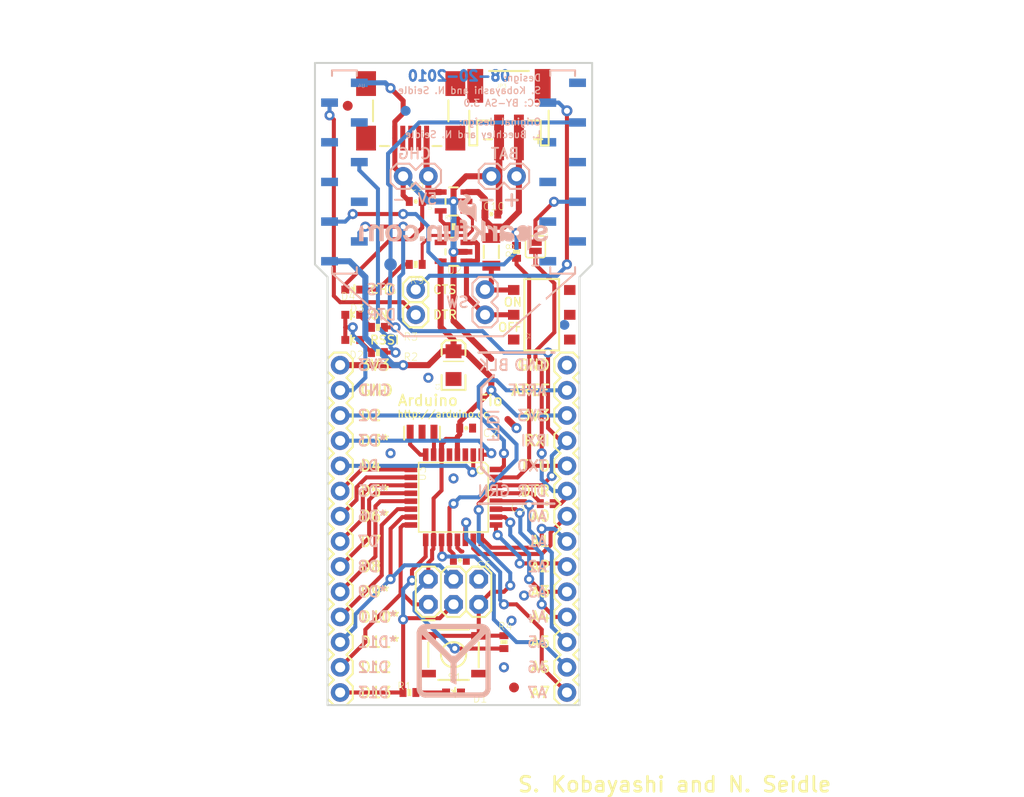
<source format=kicad_pcb>
(kicad_pcb (version 20211014) (generator pcbnew)
  (layers (0 "F.Cu" signal) (31 "B.Cu" signal) (34 "B.Paste" user) (35 "F.Paste" user) (36 "B.SilkS" user "B.Silkscreen") (37 "F.SilkS" user "F.Silkscreen") (38 "B.Mask" user) (39 "F.Mask" user) (44 "Edge.Cuts" user))
  (net 0 "")
  (net 1 "GND")
  (net 2 "VCC")
  (net 3 "RST")
  (net 4 "MOSI")
  (net 5 "SCK")
  (net 6 "MISO")
  (net 7 "RXI")
  (net 8 "TXO")
  (net 9 "D2")
  (net 10 "D3")
  (net 11 "D4")
  (net 12 "D5")
  (net 13 "D6")
  (net 14 "D8")
  (net 15 "D10")
  (net 16 "A0")
  (net 17 "A1")
  (net 18 "A2")
  (net 19 "A3")
  (net 20 "A4")
  (net 21 "A5")
  (net 22 "D7")
  (net 23 "D9")
  (net 24 "N$3")
  (net 25 "N$4")
  (net 26 "N$6")
  (net 27 "N$1")
  (net 28 "A6")
  (net 29 "A7")
  (net 30 "N$10")
  (net 31 "N$12")
  (net 32 "N$2")
  (net 33 "AREF")
  (net 34 "N$7")
  (net 35 "USB_VIN")
  (net 36 "VBATT")
  (net 37 "N$5")
  (net 38 "N$9")
  (net 39 "DTR")
  (net 40 "N$13")
  (net 41 "CTS")
  (net 42 "SLEEP_RQ")
  (net 43 "N$11")
  (net 44 "N$14")
  (net 45 "N$8")
  (footprint "boardEagle:0402-RES" (layer "F.Cu") (at 144.6911 92.9386 180)
    (fp_text reference "R9")
    (fp_text value "470" hide)
  )
  (footprint "boardEagle:2X3" (layer "F.Cu") (at 145.9611 127.2286)
    (fp_text reference "JP4" hide)
    (fp_text value "AVR_SPI" hide)
  )
  (footprint "boardEagle:0402-RES" (layer "F.Cu") (at 148.5011 89.1286)
    (fp_text reference "R5")
    (fp_text value "2K")
  )
  (footprint "boardEagle:1X14" (layer "F.Cu") (at 159.9311 103.0986 -90)
    (fp_text reference "JP5" hide)
    (fp_text value "M14")
  )
  (footprint "boardEagle:AYZ0202" (layer "F.Cu") (at 157.3911 98.0186 90)
    (fp_text reference "S2")
    (fp_text value "")
  )
  (footprint "boardEagle:TACTILE_SWITCH_SMD" (layer "F.Cu") (at 148.5011 132.3086 180)
    (fp_text reference "S1")
    (fp_text value "")
  )
  (footprint "boardEagle:LED-0603" (layer "F.Cu") (at 148.5011 136.1186 -90)
    (fp_text reference "D1")
    (fp_text value "Red" hide)
  )
  (footprint "boardEagle:SOT23-5" (layer "F.Cu") (at 148.5011 91.6686 90)
    (fp_text reference "U2")
    (fp_text value "3.3V")
  )
  (footprint "boardEagle:LED-0603" (layer "F.Cu") (at 138.3411 98.0186 90)
    (fp_text reference "D3")
    (fp_text value "Red" hide)
  )
  (footprint "boardEagle:1X01" (layer "F.Cu") (at 144.6911 95.4786)
    (fp_text reference "JP8" hide)
    (fp_text value "")
  )
  (footprint "boardEagle:0402-CAP" (layer "F.Cu") (at 149.7711 109.4486)
    (fp_text reference "C2")
    (fp_text value "0.1uF" hide)
  )
  (footprint "boardEagle:SOT23-5" (layer "F.Cu") (at 148.5011 86.5886 90)
    (fp_text reference "U1")
    (fp_text value "MCP73831")
  )
  (footprint "boardEagle:USB-MINIB" (layer "F.Cu") (at 144.1831 77.6986 -90)
    (fp_text reference "X1" hide)
    (fp_text value "USBSMD")
  )
  (footprint "boardEagle:0402-RES" (layer "F.Cu") (at 140.8811 101.8286)
    (fp_text reference "R2")
    (fp_text value "1k" hide)
  )
  (footprint "boardEagle:0402-RES" (layer "F.Cu") (at 153.5811 131.0386 -90)
    (fp_text reference "R4")
    (fp_text value "10k" hide)
  )
  (footprint "boardEagle:1X14" (layer "F.Cu") (at 137.0711 103.0986 -90)
    (fp_text reference "JP1" hide)
    (fp_text value "M14" hide)
  )
  (footprint "boardEagle:LED-0603" (layer "F.Cu") (at 138.3411 100.5586 90)
    (fp_text reference "D2")
    (fp_text value "Green" hide)
  )
  (footprint "boardEagle:PTC-1206" (layer "F.Cu") (at 152.3111 91.6686 -90)
    (fp_text reference "F1")
    (fp_text value "PTCSMD")
  )
  (footprint "boardEagle:0402-CAP" (layer "F.Cu") (at 152.3111 87.8586)
    (fp_text reference "C10")
    (fp_text value "4.7uF" hide)
  )
  (footprint "boardEagle:FUNNEL_LOGO_BOTTOM_V2" (layer "F.Cu") (at 148.5011 132.9436)
    (fp_text reference "U$6" hide)
    (fp_text value "FIO_LOGOV2" hide)
  )
  (footprint "boardEagle:FIDUCIAL-1X2" (layer "F.Cu") (at 137.8331 76.9366)
    (fp_text reference "U$5" hide)
    (fp_text value "FIDUCIAL1X2" hide)
  )
  (footprint "boardEagle:TQFP32-08" (layer "F.Cu") (at 148.4911 116.4236 -90)
    (fp_text reference "U3")
    (fp_text value "ATMEGA328" hide)
  )
  (footprint "boardEagle:0402-CAP" (layer "F.Cu") (at 144.6911 86.5886 180)
    (fp_text reference "C9")
    (fp_text value "4.7uF" hide)
  )
  (footprint "boardEagle:CREATIVE_COMMONS" (layer "F.Cu") (at 123.1011 146.2786)
    (fp_text reference "U$3" hide)
    (fp_text value "CREATIVE_COMMONS" hide)
  )
  (footprint "boardEagle:0402-CAP" (layer "F.Cu") (at 157.8991 117.0686 180)
    (fp_text reference "C3")
    (fp_text value "0.1uF")
  )
  (footprint "boardEagle:LED-0603" (layer "F.Cu") (at 138.3411 95.4786 -90)
    (fp_text reference "D4")
    (fp_text value "Yellow" hide)
  )
  (footprint "boardEagle:JST-2-SMD" (layer "F.Cu") (at 154.0891 76.4286)
    (fp_text reference "JP3")
    (fp_text value "")
  )
  (footprint "boardEagle:0402-RES" (layer "F.Cu") (at 154.8511 91.6686 90)
    (fp_text reference "R8")
    (fp_text value "100" hide)
  )
  (footprint "boardEagle:0402-CAP" (layer "F.Cu") (at 149.1361 122.7836)
    (fp_text reference "C6")
    (fp_text value "0.1uF" hide)
  )
  (footprint "boardEagle:EIA3216" (layer "F.Cu") (at 148.5011 103.0986 90)
    (fp_text reference "C1")
    (fp_text value "10uF")
  )
  (footprint "boardEagle:FIDUCIAL-1X2" (layer "F.Cu") (at 154.5971 135.6106)
    (fp_text reference "U$4" hide)
    (fp_text value "FIDUCIAL1X2" hide)
  )
  (footprint "boardEagle:RESONATOR-SMD" (layer "F.Cu") (at 145.3261 109.9566)
    (fp_text reference "Y1" hide)
    (fp_text value "8MHz" hide)
  )
  (footprint "boardEagle:0402-RES" (layer "F.Cu") (at 144.0561 136.1186)
    (fp_text reference "R1")
    (fp_text value "1k" hide)
  )
  (footprint "boardEagle:SJ_2S" (layer "F.Cu") (at 156.7561 91.1606 -90)
    (fp_text reference "SJ1")
    (fp_text value "SOLDERJUMPERNC")
  )
  (footprint "boardEagle:1X01" (layer "F.Cu") (at 144.6911 98.0186)
    (fp_text reference "JP9" hide)
    (fp_text value "")
  )
  (footprint "boardEagle:0402-RES" (layer "F.Cu") (at 140.8811 99.2886)
    (fp_text reference "R3")
    (fp_text value "1k" hide)
  )
  (footprint "boardEagle:PAD.03X.05" (layer "B.Cu") (at 142.1511 100.5586 180)
    (fp_text reference "TP1" hide)
    (fp_text value "RSSI" hide)
  )
  (footprint "boardEagle:FIDUCIAL-1X2" (layer "B.Cu") (at 143.6751 77.4446 180)
    (fp_text reference "FD2" hide)
    (fp_text value "FIDUCIAL1X2" hide)
  )
  (footprint "boardEagle:SFE-NEW-WEBLOGO" (layer "B.Cu") (at 158.0261 91.5416 180)
    (fp_text reference "U$1" hide)
    (fp_text value "LOGO-SFENEW" hide)
  )
  (footprint "boardEagle:FIDUCIAL-1X2" (layer "B.Cu") (at 159.6771 99.0346 180)
    (fp_text reference "FD1" hide)
    (fp_text value "FIDUCIAL1X2" hide)
  )
  (footprint "boardEagle:XBEE-SMD" (layer "B.Cu") (at 148.5011 72.6186)
    (fp_text reference "U4")
    (fp_text value "XBEE-1B3")
  )
  (footprint "boardEagle:PAD.03X.05" (layer "B.Cu") (at 142.1511 92.9386 180)
    (fp_text reference "TP2" hide)
    (fp_text value "ON" hide)
  )
  (footprint "boardEagle:1X02" (layer "B.Cu") (at 152.3111 84.0486)
    (fp_text reference "JP2" hide)
    (fp_text value "")
  )
  (footprint "boardEagle:1X02" (layer "B.Cu") (at 151.6761 98.0186 90)
    (fp_text reference "JP7" hide)
    (fp_text value "")
  )
  (footprint "boardEagle:1X02" (layer "B.Cu") (at 143.4211 84.0486)
    (fp_text reference "JP6" hide)
    (fp_text value "")
  )
  (gr_line (start 151.2951 113.5126) (end 151.2951 105.3846) (layer "B.SilkS") (width 0.254))
  (gr_line (start 160.7011 93.8886) (end 153.5011 100.1886) (layer "B.SilkS") (width 0.2032))
  (gr_line (start 143.5011 100.1886) (end 153.5011 100.1886) (layer "B.SilkS") (width 0.2032))
  (gr_line (start 152.5651 104.1146) (end 151.2951 105.3846) (layer "B.SilkS") (width 0.254))
  (gr_line (start 136.3011 93.8886) (end 143.5011 100.1886) (layer "B.SilkS") (width 0.2032))
  (gr_line (start 158.6611 101.8286) (end 151.0411 101.8286) (layer "B.SilkS") (width 0.254))
  (gr_line (start 151.2951 113.5126) (end 152.5651 114.7826) (layer "B.SilkS") (width 0.254))
  (gr_line (start 158.6611 117.0686) (end 151.0411 117.0686) (layer "B.SilkS") (width 0.254))
  (gr_line (start 161.2011 137.3886) (end 135.8011 137.3886) (layer "Edge.Cuts") (width 0.2032))
  (gr_line (start 162.4711 92.9386) (end 162.4711 72.6186) (layer "Edge.Cuts") (width 0.2032))
  (gr_line (start 134.5311 72.6186) (end 162.4711 72.6186) (layer "Edge.Cuts") (width 0.2032))
  (gr_line (start 135.8011 137.3886) (end 135.8011 94.2086) (layer "Edge.Cuts") (width 0.2032))
  (gr_line (start 134.5311 92.9386) (end 134.5311 72.6186) (layer "Edge.Cuts") (width 0.2032))
  (gr_line (start 135.8011 94.2086) (end 134.5311 92.9386) (layer "Edge.Cuts") (width 0.2032))
  (gr_line (start 161.2011 94.2086) (end 161.2011 137.3886) (layer "Edge.Cuts") (width 0.2032))
  (gr_line (start 161.2011 94.2086) (end 162.4711 92.9386) (layer "Edge.Cuts") (width 0.2032))
  (gr_text "08-20-2010" (at 154.3431 74.5236) (layer "B.Cu") (effects (font (size 1.016 1.016) (thickness 0.254)) (justify left bottom mirror)))
  (gr_text "BAT" (at 155.2321 82.3976) (layer "B.SilkS") (effects (font (size 1.0795 1.0795) (thickness 0.1905)) (justify left bottom mirror)))
  (gr_text "*D10" (at 138.7221 127.8636) (layer "B.SilkS") (effects (font (size 1.0795 1.0795) (thickness 0.1905)) (justify right top mirror)))
  (gr_text "RXI" (at 158.0261 111.3536) (layer "B.SilkS") (effects (font (size 1.0795 1.0795) (thickness 0.1905)) (justify left bottom mirror)))
  (gr_text "D4" (at 138.7221 112.6236) (layer "B.SilkS") (effects (font (size 1.0795 1.0795) (thickness 0.1905)) (justify right top mirror)))
  (gr_text "*D9" (at 138.7221 125.3236) (layer "B.SilkS") (effects (font (size 1.0795 1.0795) (thickness 0.1905)) (justify right top mirror)))
  (gr_text "FTDI" (at 153.0731 107.4166 -90) (layer "B.SilkS") (effects (font (size 1.0795 1.0795) (thickness 0.1905)) (justify right top mirror)))
  (gr_text "BLK" (at 154.2161 103.7336) (layer "B.SilkS") (effects (font (size 1.0795 1.0795) (thickness 0.1905)) (justify left bottom mirror)))
  (gr_text "Design:" (at 157.3911 74.5236) (layer "B.SilkS") (effects (font (size 0.69088 0.69088) (thickness 0.12192)) (justify left bottom mirror)))
  (gr_text "CHG" (at 146.3421 82.3976) (layer "B.SilkS") (effects (font (size 1.0795 1.0795) (thickness 0.1905)) (justify left bottom mirror)))
  (gr_text "GRN" (at 154.3431 116.4336) (layer "B.SilkS") (effects (font (size 1.0795 1.0795) (thickness 0.1905)) (justify left bottom mirror)))
  (gr_text "GND" (at 138.7221 105.0036) (layer "B.SilkS") (effects (font (size 1.0795 1.0795) (thickness 0.1905)) (justify right top mirror)))
  (gr_text "A4" (at 158.0261 129.1336) (layer "B.SilkS") (effects (font (size 1.0795 1.0795) (thickness 0.1905)) (justify left bottom mirror)))
  (gr_text "A0" (at 158.0261 118.9736) (layer "B.SilkS") (effects (font (size 1.0795 1.0795) (thickness 0.1905)) (justify left bottom mirror)))
  (gr_text "SW" (at 150.1521 97.3836) (layer "B.SilkS") (effects (font (size 1.0795 1.0795) (thickness 0.1905)) (justify left bottom mirror)))
  (gr_text "3V3" (at 158.0261 108.8136) (layer "B.SilkS") (effects (font (size 1.0795 1.0795) (thickness 0.1905)) (justify left bottom mirror)))
  (gr_text "Original design:" (at 157.3911 78.9686) (layer "B.SilkS") (effects (font (size 0.69088 0.69088) (thickness 0.12192)) (justify left bottom mirror)))
  (gr_text "DTR" (at 139.6111 97.3836) (layer "B.SilkS") (effects (font (size 1.0795 1.0795) (thickness 0.1905)) (justify right top mirror)))
  (gr_text "*D3" (at 138.7221 110.0836) (layer "B.SilkS") (effects (font (size 1.0795 1.0795) (thickness 0.1905)) (justify right top mirror)))
  (gr_text "*D5" (at 138.7221 115.1636) (layer "B.SilkS") (effects (font (size 1.0795 1.0795) (thickness 0.1905)) (justify right top mirror)))
  (gr_text "A2" (at 158.0261 124.0536) (layer "B.SilkS") (effects (font (size 1.0795 1.0795) (thickness 0.1905)) (justify left bottom mirror)))
  (gr_text "+" (at 155.4861 87.2236) (layer "B.SilkS") (effects (font (size 1.5113 1.5113) (thickness 0.2667)) (justify left bottom mirror)))
  (gr_text "D7" (at 138.7221 120.2436) (layer "B.SilkS") (effects (font (size 1.0795 1.0795) (thickness 0.1905)) (justify right top mirror)))
  (gr_text "-" (at 143.8021 86.9696) (layer "B.SilkS") (effects (font (size 1.0795 1.0795) (thickness 0.1905)) (justify left bottom mirror)))
  (gr_text "DTR" (at 158.0261 116.4336) (layer "B.SilkS") (effects (font (size 1.0795 1.0795) (thickness 0.1905)) (justify left bottom mirror)))
  (gr_text "CC: BY-SA 3.0" (at 157.3911 77.0636) (layer "B.SilkS") (effects (font (size 0.69088 0.69088) (thickness 0.12192)) (justify left bottom mirror)))
  (gr_text "GND" (at 158.0261 103.7336) (layer "B.SilkS") (effects (font (size 1.0795 1.0795) (thickness 0.1905)) (justify left bottom mirror)))
  (gr_text "D8" (at 138.7221 122.7836) (layer "B.SilkS") (effects (font (size 1.0795 1.0795) (thickness 0.1905)) (justify right top mirror)))
  (gr_text "CTS" (at 139.6111 94.8436) (layer "B.SilkS") (effects (font (size 1.0795 1.0795) (thickness 0.1905)) (justify right top mirror)))
  (gr_text "S. Kobayashi and N. Seidle" (at 157.3911 75.7936) (layer "B.SilkS") (effects (font (size 0.69088 0.69088) (thickness 0.12192)) (justify left bottom mirror)))
  (gr_text "-" (at 152.9461 87.2236) (layer "B.SilkS") (effects (font (size 1.5113 1.5113) (thickness 0.2667)) (justify left bottom mirror)))
  (gr_text "*D6" (at 138.7221 117.7036) (layer "B.SilkS") (effects (font (size 1.0795 1.0795) (thickness 0.1905)) (justify right top mirror)))
  (gr_text "L. Buechley and N. Seidle" (at 157.3911 80.2386) (layer "B.SilkS") (effects (font (size 0.69088 0.69088) (thickness 0.12192)) (justify left bottom mirror)))
  (gr_text "A7" (at 158.0261 136.7536) (layer "B.SilkS") (effects (font (size 1.0795 1.0795) (thickness 0.1905)) (justify left bottom mirror)))
  (gr_text "A3" (at 158.0261 126.5936) (layer "B.SilkS") (effects (font (size 1.0795 1.0795) (thickness 0.1905)) (justify left bottom mirror)))
  (gr_text "5V" (at 146.9771 86.9696) (layer "B.SilkS") (effects (font (size 1.0795 1.0795) (thickness 0.1905)) (justify left bottom mirror)))
  (gr_text "D2" (at 138.7221 107.5436) (layer "B.SilkS") (effects (font (size 1.0795 1.0795) (thickness 0.1905)) (justify right top mirror)))
  (gr_text "3V3" (at 138.7221 102.4636) (layer "B.SilkS") (effects (font (size 1.0795 1.0795) (thickness 0.1905)) (justify right top mirror)))
  (gr_text "TXO" (at 158.0261 113.8936) (layer "B.SilkS") (effects (font (size 1.0795 1.0795) (thickness 0.1905)) (justify left bottom mirror)))
  (gr_text "*D11" (at 138.7221 130.4036) (layer "B.SilkS") (effects (font (size 1.0795 1.0795) (thickness 0.1905)) (justify right top mirror)))
  (gr_text "D12" (at 138.7221 132.9436) (layer "B.SilkS") (effects (font (size 1.0795 1.0795) (thickness 0.1905)) (justify right top mirror)))
  (gr_text "D13" (at 138.7221 135.4836) (layer "B.SilkS") (effects (font (size 1.0795 1.0795) (thickness 0.1905)) (justify right top mirror)))
  (gr_text "A6" (at 158.0261 134.2136) (layer "B.SilkS") (effects (font (size 1.0795 1.0795) (thickness 0.1905)) (justify left bottom mirror)))
  (gr_text "AREF" (at 158.0261 106.2736) (layer "B.SilkS") (effects (font (size 1.0795 1.0795) (thickness 0.1905)) (justify left bottom mirror)))
  (gr_text "A1" (at 158.0261 121.5136) (layer "B.SilkS") (effects (font (size 1.0795 1.0795) (thickness 0.1905)) (justify left bottom mirror)))
  (gr_text "A5" (at 158.0261 131.6736) (layer "B.SilkS") (effects (font (size 1.0795 1.0795) (thickness 0.1905)) (justify left bottom mirror)))
  (gr_text "1" (at 157.3911 93.1926) (layer "B.SilkS") (effects (font (size 1.0795 1.0795) (thickness 0.1905)) (justify left bottom mirror)))
  (gr_text "A4" (at 158.3436 127.8636) (layer "F.SilkS") (effects (font (size 1.0795 1.0795) (thickness 0.1905)) (justify right top)))
  (gr_text "D6*" (at 138.9761 118.9736) (layer "F.SilkS") (effects (font (size 1.0795 1.0795) (thickness 0.1905)) (justify left bottom)))
  (gr_text "D5*" (at 138.9761 116.4336) (layer "F.SilkS") (effects (font (size 1.0795 1.0795) (thickness 0.1905)) (justify left bottom)))
  (gr_text "D10*" (at 138.9761 129.1336) (layer "F.SilkS") (effects (font (size 1.0795 1.0795) (thickness 0.1905)) (justify left bottom)))
  (gr_text "A2" (at 158.3436 122.7836) (layer "F.SilkS") (effects (font (size 1.0795 1.0795) (thickness 0.1905)) (justify right top)))
  (gr_text "DTR" (at 158.3436 115.1636) (layer "F.SilkS") (effects (font (size 1.0795 1.0795) (thickness 0.1905)) (justify right top)))
  (gr_text "D3*" (at 138.9761 111.3536) (layer "F.SilkS") (effects (font (size 1.0795 1.0795) (thickness 0.1905)) (justify left bottom)))
  (gr_text "Arduino" (at 142.7861 107.2896) (layer "F.SilkS") (effects (font (size 1.0795 1.0795) (thickness 0.1905)) (justify left bottom)))
  (gr_text "-" (at 151.1681 80.8736) (layer "F.SilkS") (effects (font (size 1.0795 1.0795) (thickness 0.1905)) (justify left bottom)))
  (gr_text "D8" (at 138.9761 124.0536) (layer "F.SilkS") (effects (font (size 1.0795 1.0795) (thickness 0.1905)) (justify left bottom)))
  (gr_text "RXI" (at 158.3436 110.0836) (layer "F.SilkS") (effects (font (size 1.0795 1.0795) (thickness 0.1905)) (justify right top)))
  (gr_text "D4" (at 138.9761 113.8936) (layer "F.SilkS") (effects (font (size 1.0795 1.0795) (thickness 0.1905)) (justify left bottom)))
  (gr_text "+" (at 156.2481 80.8736) (layer "F.SilkS") (effects (font (size 1.0795 1.0795) (thickness 0.1905)) (justify left bottom)))
  (gr_text "D9*" (at 138.9761 126.5936) (layer "F.SilkS") (effects (font (size 1.0795 1.0795) (thickness 0.1905)) (justify left bottom)))
  (gr_text "TXO" (at 158.3436 112.6236) (layer "F.SilkS") (effects (font (size 1.0795 1.0795) (thickness 0.1905)) (justify right top)))
  (gr_text "AREF" (at 158.3436 105.0036) (layer "F.SilkS") (effects (font (size 1.0795 1.0795) (thickness 0.1905)) (justify right top)))
  (gr_text "A7" (at 158.3436 135.4836) (layer "F.SilkS") (effects (font (size 1.0795 1.0795) (thickness 0.1905)) (justify right top)))
  (gr_text "3V3" (at 138.9761 103.7336) (layer "F.SilkS") (effects (font (size 1.0795 1.0795) (thickness 0.1905)) (justify left bottom)))
  (gr_text "D13" (at 138.9761 136.7536) (layer "F.SilkS") (effects (font (size 1.0795 1.0795) (thickness 0.1905)) (justify left bottom)))
  (gr_text "A3" (at 158.3436 125.3236) (layer "F.SilkS") (effects (font (size 1.0795 1.0795) (thickness 0.1905)) (justify right top)))
  (gr_text "A0" (at 158.3436 117.7036) (layer "F.SilkS") (effects (font (size 1.0795 1.0795) (thickness 0.1905)) (justify right top)))
  (gr_text "A5" (at 158.3436 130.4036) (layer "F.SilkS") (effects (font (size 1.0795 1.0795) (thickness 0.1905)) (justify right top)))
  (gr_text "A6" (at 158.3436 132.9436) (layer "F.SilkS") (effects (font (size 1.0795 1.0795) (thickness 0.1905)) (justify right top)))
  (gr_text "D11*" (at 138.9761 131.6736) (layer "F.SilkS") (effects (font (size 1.0795 1.0795) (thickness 0.1905)) (justify left bottom)))
  (gr_text "GND" (at 158.3436 102.4636) (layer "F.SilkS") (effects (font (size 1.0795 1.0795) (thickness 0.1905)) (justify right top)))
  (gr_text "3V3" (at 158.3436 107.5436) (layer "F.SilkS") (effects (font (size 1.0795 1.0795) (thickness 0.1905)) (justify right top)))
  (gr_text "CTS" (at 146.3421 95.9866) (layer "F.SilkS") (effects (font (size 0.8636 0.8636) (thickness 0.1524)) (justify left bottom)))
  (gr_text "DTR" (at 146.3421 98.5266) (layer "F.SilkS") (effects (font (size 0.8636 0.8636) (thickness 0.1524)) (justify left bottom)))
  (gr_text "D12" (at 138.9761 134.2136) (layer "F.SilkS") (effects (font (size 1.0795 1.0795) (thickness 0.1905)) (justify left bottom)))
  (gr_text "Fio" (at 150.9141 107.2896) (layer "F.SilkS") (effects (font (size 1.0795 1.0795) (thickness 0.1905)) (justify left bottom)))
  (gr_text "D2" (at 138.9761 108.8136) (layer "F.SilkS") (effects (font (size 1.0795 1.0795) (thickness 0.1905)) (justify left bottom)))
  (gr_text "RSSI" (at 139.9921 101.0666) (layer "F.SilkS") (effects (font (size 0.8636 0.8636) (thickness 0.1524)) (justify left bottom)))
  (gr_text "GND" (at 138.9761 106.2736) (layer "F.SilkS") (effects (font (size 1.0795 1.0795) (thickness 0.1905)) (justify left bottom)))
  (gr_text "OFF" (at 155.4861 98.7806) (layer "F.SilkS") (effects (font (size 0.8636 0.8636) (thickness 0.1524)) (justify right top)))
  (gr_text "ON" (at 155.4861 96.2406) (layer "F.SilkS") (effects (font (size 0.8636 0.8636) (thickness 0.1524)) (justify right top)))
  (gr_text "http://arduino.cc" (at 142.7861 108.4326) (layer "F.SilkS") (effects (font (size 0.69088 0.69088) (thickness 0.12192)) (justify left bottom)))
  (gr_text "CHG" (at 139.9921 95.9866) (layer "F.SilkS") (effects (font (size 0.8636 0.8636) (thickness 0.1524)) (justify left bottom)))
  (gr_text "S. Kobayashi and N. Seidle" (at 154.8511 146.2786) (layer "F.SilkS") (effects (font (size 1.5113 1.5113) (thickness 0.2667)) (justify left bottom)))
  (gr_text "ON" (at 139.9921 98.5266) (layer "F.SilkS") (effects (font (size 0.8636 0.8636) (thickness 0.1524)) (justify left bottom)))
  (gr_text "A1" (at 158.3436 120.2436) (layer "F.SilkS") (effects (font (size 1.0795 1.0795) (thickness 0.1905)) (justify right top)))
  (gr_text "D7" (at 138.9761 121.5136) (layer "F.SilkS") (effects (font (size 1.0795 1.0795) (thickness 0.1905)) (justify left bottom)))
  (segment (start 154.8511 109.4486) (end 153.9621 108.5596) (width 0.6604) (layer "F.Cu") (net 1))
  (segment (start 148.5011 86.5886) (end 149.8012 86.5886) (width 0.6096) (layer "F.Cu") (net 1))
  (segment (start 149.1511 89.1286) (end 149.1361 89.1136) (width 0.6096) (layer "F.Cu") (net 1))
  (segment (start 143.4211 85.9686) (end 144.0411 86.5886) (width 0.508) (layer "F.Cu") (net 1))
  (segment (start 148.5011 91.6686) (end 149.8012 91.6686) (width 0.6096) (layer "F.Cu") (net 1))
  (segment (start 149.2631 121.8946) (end 149.3901 121.8946) (width 0.4064) (layer "F.Cu") (net 1))
  (segment (start 148.5011 86.5886) (end 148.5011 87.9856) (width 0.6096) (layer "F.Cu") (net 1))
  (segment (start 148.5011 86.5886) (end 148.5011 85.3186) (width 0.6096) (layer "F.Cu") (net 1))
  (segment (start 137.5911 100.5466) (end 137.5791 100.5586) (width 0.4064) (layer "F.Cu") (net 1))
  (segment (start 137.5911 99.2886) (end 137.5791 99.2886) (width 0.4064) (layer "F.Cu") (net 1))
  (segment (start 152.9461 87.8586) (end 152.9611 87.8586) (width 0.6604) (layer "F.Cu") (net 1))
  (segment (start 143.4211 84.0486) (end 143.4211 85.9686) (width 0.508) (layer "F.Cu") (net 1))
  (segment (start 143.4211 77.6986) (end 143.4211 76.4286) (width 0.508) (layer "F.Cu") (net 1))
  (segment (start 149.1511 88.6356) (end 149.1511 89.1286) (width 0.6096) (layer "F.Cu") (net 1))
  (segment (start 148.8911 121.5226) (end 149.2631 121.8946) (width 0.4064) (layer "F.Cu") (net 1))
  (segment (start 137.5911 99.2886) (end 137.5911 100.5466) (width 0.4064) (layer "F.Cu") (net 1))
  (segment (start 137.5911 99.2886) (end 137.5911 98.0186) (width 0.4064) (layer "F.Cu") (net 1))
  (segment (start 143.4211 84.0486) (end 142.5831 83.2106) (width 0.508) (layer "F.Cu") (net 1))
  (segment (start 152.3111 102.4636) (end 148.5011 98.6536) (width 0.6096) (layer "F.Cu") (net 1))
  (segment (start 153.0891 84.0486) (end 153.0891 80.1286) (width 0.6604) (layer "F.Cu") (net 1))
  (segment (start 142.5831 78.5366) (end 143.4211 77.6986) (width 0.508) (layer "F.Cu") (net 1))
  (segment (start 148.5011 85.3186) (end 149.7711 84.0486) (width 0.6096) (layer "F.Cu") (net 1))
  (segment (start 148.8911 120.7162) (end 148.8911 121.5226) (width 0.4064) (layer "F.Cu") (net 1))
  (segment (start 138.3411 99.2886) (end 137.5911 99.2886) (width 0.4064) (layer "F.Cu") (net 1))
  (segment (start 153.0891 87.7156) (end 152.9461 87.8586) (width 0.6604) (layer "F.Cu") (net 1))
  (segment (start 149.7711 84.0486) (end 152.3111 84.0486) (width 0.6096) (layer "F.Cu") (net 1))
  (segment (start 143.4211 76.4286) (end 142.1511 75.1586) (width 0.508) (layer "F.Cu") (net 1))
  (segment (start 152.3111 84.0486) (end 153.0891 84.0486) (width 0.6096) (layer "F.Cu") (net 1))
  (segment (start 137.5791 100.5586) (end 137.5911 100.5586) (width 0.4064) (layer "F.Cu") (net 1))
  (segment (start 153.0891 84.0486) (end 153.0891 87.7156) (width 0.6604) (layer "F.Cu") (net 1))
  (segment (start 142.5831 80.1986) (end 142.5831 78.5366) (width 0.508) (layer "F.Cu") (net 1))
  (segment (start 142.5831 83.2106) (end 142.5831 80.1986) (width 0.508) (layer "F.Cu") (net 1))
  (segment (start 148.5011 98.6536) (end 148.5011 91.6686) (width 0.6096) (layer "F.Cu") (net 1))
  (segment (start 148.5011 87.9856) (end 149.1511 88.6356) (width 0.6096) (layer "F.Cu") (net 1))
  (via (at 142.1511 111.9886) (size 1.016) (drill 0.508) (layers "F.Cu" "B.Cu") (net 1))
  (via (at 148.5011 114.5286) (size 1.016) (drill 0.508) (layers "F.Cu" "B.Cu") (net 1))
  (via (at 154.3431 128.8796) (size 1.016) (drill 0.508) (layers "F.Cu" "B.Cu") (net 1))
  (via (at 148.5011 86.5886) (size 1.016) (drill 0.508) (layers "F.Cu" "B.Cu") (net 1))
  (via (at 142.1511 75.1586) (size 1.016) (drill 0.508) (layers "F.Cu" "B.Cu") (net 1))
  (via (at 155.6131 126.3396) (size 1.016) (drill 0.508) (layers "F.Cu" "B.Cu") (net 1))
  (via (at 148.5011 91.6686) (size 1.016) (drill 0.508) (layers "F.Cu" "B.Cu") (net 1))
  (via (at 154.8511 109.4486) (size 1.016) (drill 0.508) (layers "F.Cu" "B.Cu") (net 1))
  (via (at 153.5811 133.5786) (size 1.016) (drill 0.508) (layers "F.Cu" "B.Cu") (net 1))
  (via (at 145.9611 104.3686) (size 1.016) (drill 0.508) (layers "F.Cu" "B.Cu") (net 1))
  (via (at 138.3411 99.2886) (size 1.016) (drill 0.508) (layers "F.Cu" "B.Cu") (net 1))
  (segment (start 148.5011 86.5886) (end 145.9611 86.5886) (width 0.6096) (layer "B.Cu") (net 1))
  (segment (start 137.0711 105.6386) (end 138.3411 105.6386) (width 0.4064) (layer "B.Cu") (net 1))
  (segment (start 138.3411 105.6386) (end 139.6111 104.3686) (width 0.4064) (layer "B.Cu") (net 1))
  (segment (start 138.3411 100.0506) (end 138.3411 99.2886) (width 0.4064) (layer "B.Cu") (net 1))
  (segment (start 139.6111 101.3206) (end 138.3411 100.0506) (width 0.4064) (layer "B.Cu") (net 1))
  (segment (start 141.6111 74.6186) (end 139.0011 74.6186) (width 0.508) (layer "B.Cu") (net 1))
  (segment (start 142.1511 75.1586) (end 141.6111 74.6186) (width 0.508) (layer "B.Cu") (net 1))
  (segment (start 148.5011 91.6686) (end 148.5011 86.5886) (width 0.6096) (layer "B.Cu") (net 1))
  (segment (start 139.6111 104.3686) (end 139.6111 101.3206) (width 0.4064) (layer "B.Cu") (net 1))
  (segment (start 145.9611 86.5886) (end 143.4211 84.0486) (width 0.6096) (layer "B.Cu") (net 1))
  (segment (start 149.1361 109.4486) (end 149.1361 108.8136) (width 0.508) (layer "F.Cu") (net 2))
  (segment (start 148.8911 110.3286) (end 149.1211 110.0986) (width 0.508) (layer "F.Cu") (net 2))
  (segment (start 143.4211 103.0986) (end 137.0711 103.0986) (width 0.6096) (layer "F.Cu") (net 2))
  (segment (start 146.3421 122.6566) (end 146.3421 121.7676) (width 0.4064) (layer "F.Cu") (net 2))
  (segment (start 145.9611 123.0376) (end 146.3421 122.6566) (width 0.4064) (layer "F.Cu") (net 2))
  (segment (start 148.5011 101.6986) (end 147.3611 101.6986) (width 0.6096) (layer "F.Cu") (net 2))
  (segment (start 148.8911 110.5916) (end 148.8911 110.3286) (width 0.508) (layer "F.Cu") (net 2))
  (segment (start 145.9611 124.6886) (end 145.9611 123.0376) (width 0.4064) (layer "F.Cu") (net 2))
  (segment (start 152.3111 105.6386) (end 152.3111 104.3686) (width 0.6096) (layer "F.Cu") (net 2))
  (segment (start 148.5011 100.5586) (end 147.201 99.2585) (width 0.6096) (layer "F.Cu") (net 2))
  (segment (start 146.4911 120.7162) (end 146.4911 116.5386) (width 0.4064) (layer "F.Cu") (net 2))
  (segment (start 148.6431 131.6886) (end 153.5811 131.6886) (width 0.4064) (layer "F.Cu") (net 2))
  (segment (start 147.2911 112.131) (end 147.2911 111.0396) (width 0.508) (layer "F.Cu") (net 2))
  (segment (start 149.1211 109.4486) (end 149.1361 109.4486) (width 0.635) (layer "F.Cu") (net 2))
  (segment (start 146.4691 120.7382) (end 146.4911 120.7162) (width 0.4064) (layer "F.Cu") (net 2))
  (segment (start 147.3611 101.6986) (end 145.9611 103.0986) (width 0.6096) (layer "F.Cu") (net 2))
  (segment (start 148.6281 131.6736) (end 148.6431 131.6886) (width 0.4064) (layer "F.Cu") (net 2))
  (segment (start 147.201 99.2585) (end 147.201 92.6186) (width 0.6096) (layer "F.Cu") (net 2))
  (segment (start 149.1211 110.0986) (end 149.1211 109.4486) (width 0.508) (layer "F.Cu") (net 2))
  (segment (start 145.9611 103.0986) (end 143.4211 103.0986) (width 0.6096) (layer "F.Cu") (net 2))
  (segment (start 152.3111 104.3686) (end 149.7711 101.8286) (width 0.6096) (layer "F.Cu") (net 2))
  (segment (start 149.1361 108.8136) (end 152.3111 105.6386) (width 0.508) (layer "F.Cu") (net 2))
  (segment (start 147.7391 110.5916) (end 148.8911 110.5916) (width 0.508) (layer "F.Cu") (net 2))
  (segment (start 146.4911 116.5386) (end 147.2911 115.7386) (width 0.4064) (layer "F.Cu") (net 2))
  (segment (start 147.2911 115.7386) (end 147.2911 112.131) (width 0.4064) (layer "F.Cu") (net 2))
  (segment (start 148.8911 110.5916) (end 148.8911 112.131) (width 0.508) (layer "F.Cu") (net 2))
  (segment (start 146.3421 121.7676) (end 146.4691 121.6406) (width 0.4064) (layer "F.Cu") (net 2))
  (segment (start 147.2911 111.0396) (end 147.7391 110.5916) (width 0.508) (layer "F.Cu") (net 2))
  (segment (start 149.7711 101.8286) (end 148.5011 101.8286) (width 0.6096) (layer "F.Cu") (net 2))
  (segment (start 148.8911 110.3286) (end 148.8821 110.3376) (width 0.508) (layer "F.Cu") (net 2))
  (segment (start 148.5011 101.8286) (end 148.5011 101.6986) (width 0.6096) (layer "F.Cu") (net 2))
  (segment (start 146.4691 121.6406) (end 146.4691 120.7382) (width 0.4064) (layer "F.Cu") (net 2))
  (segment (start 148.5011 101.6986) (end 148.5011 100.5586) (width 0.6096) (layer "F.Cu") (net 2))
  (via (at 152.3111 105.6386) (size 1.016) (drill 0.508) (layers "F.Cu" "B.Cu") (net 2))
  (via (at 148.6281 131.6736) (size 1.016) (drill 0.508) (layers "F.Cu" "B.Cu") (net 2))
  (via (at 143.4211 103.0986) (size 1.016) (drill 0.508) (layers "F.Cu" "B.Cu") (net 2))
  (segment (start 142.4051 103.0986) (end 139.6111 100.3046) (width 0.6096) (layer "B.Cu") (net 2))
  (segment (start 154.8511 108.1786) (end 159.9311 108.1786) (width 0.4064) (layer "B.Cu") (net 2))
  (segment (start 139.6111 100.3046) (end 139.6111 94.2086) (width 0.6096) (layer "B.Cu") (net 2))
  (segment (start 144.5641 127.8636) (end 144.5641 126.0856) (width 0.4064) (layer "B.Cu") (net 2))
  (segment (start 148.3741 131.6736) (end 148.6281 131.6736) (width 0.4064) (layer "B.Cu") (net 2))
  (segment (start 144.5641 127.8636) (end 148.3741 131.6736) (width 0.4064) (layer "B.Cu") (net 2))
  (segment (start 138.0211 92.6186) (end 136.0011 92.6186) (width 0.6096) (layer "B.Cu") (net 2))
  (segment (start 139.6111 94.2086) (end 138.0211 92.6186) (width 0.6096) (layer "B.Cu") (net 2))
  (segment (start 144.5641 126.0856) (end 145.9611 124.6886) (width 0.4064) (layer "B.Cu") (net 2))
  (segment (start 143.4211 103.0986) (end 142.4051 103.0986) (width 0.6096) (layer "B.Cu") (net 2))
  (segment (start 152.3111 105.6386) (end 154.8511 108.1786) (width 0.4064) (layer "B.Cu") (net 2))
  (segment (start 151.0411 130.4036) (end 151.1681 130.4036) (width 0.4064) (layer "F.Cu") (net 3))
  (segment (start 156.3461 116.0236) (end 157.2491 116.9266) (width 0.4064) (layer "F.Cu") (net 3))
  (segment (start 152.3111 125.9586) (end 153.5811 125.9586) (width 0.4064) (layer "F.Cu") (net 3))
  (segment (start 151.1681 130.4036) (end 151.1831 130.3886) (width 0.4064) (layer "F.Cu") (net 3))
  (segment (start 152.7837 116.0236) (end 156.3461 116.0236) (width 0.4064) (layer "F.Cu") (net 3))
  (segment (start 151.0411 127.2286) (end 152.3111 125.9586) (width 0.4064) (layer "F.Cu") (net 3))
  (segment (start 152.0861 116.0236) (end 152.7837 116.0236) (width 0.4064) (layer "F.Cu") (net 3))
  (segment (start 151.0411 117.7036) (end 151.0411 117.0686) (width 0.4064) (layer "F.Cu") (net 3))
  (segment (start 151.0411 117.0686) (end 152.0861 116.0236) (width 0.4064) (layer "F.Cu") (net 3))
  (segment (start 153.5811 125.9586) (end 154.2161 125.3236) (width 0.4064) (layer "F.Cu") (net 3))
  (segment (start 151.1831 130.3886) (end 153.5811 130.3886) (width 0.4064) (layer "F.Cu") (net 3))
  (segment (start 145.9611 130.4036) (end 151.0411 130.4036) (width 0.4064) (layer "F.Cu") (net 3))
  (segment (start 157.2491 116.9266) (end 157.2491 117.0686) (width 0.4064) (layer "F.Cu") (net 3))
  (segment (start 151.0411 130.4036) (end 151.0411 127.2286) (width 0.4064) (layer "F.Cu") (net 3))
  (via (at 154.2161 125.3236) (size 1.016) (drill 0.508) (layers "F.Cu" "B.Cu") (net 3))
  (via (at 151.0411 117.7036) (size 1.016) (drill 0.508) (layers "F.Cu" "B.Cu") (net 3))
  (segment (start 154.2161 125.3236) (end 154.2161 124.0536) (width 0.4064) (layer "B.Cu") (net 3))
  (segment (start 151.0411 120.8786) (end 151.0411 117.7036) (width 0.4064) (layer "B.Cu") (net 3))
  (segment (start 154.2161 124.0536) (end 151.0411 120.8786) (width 0.4064) (layer "B.Cu") (net 3))
  (segment (start 142.1511 124.6886) (end 142.1511 119.6086) (width 0.4064) (layer "F.Cu") (net 4))
  (segment (start 142.1511 119.6086) (end 143.3361 118.4236) (width 0.4064) (layer "F.Cu") (net 4))
  (segment (start 143.3361 118.4236) (end 144.1985 118.4236) (width 0.4064) (layer "F.Cu") (net 4))
  (via (at 142.1511 124.6886) (size 1.016) (drill 0.508) (layers "F.Cu" "B.Cu") (net 4))
  (segment (start 138.5951 129.5146) (end 138.5951 128.2446) (width 0.4064) (layer "B.Cu") (net 4))
  (segment (start 147.1041 123.2916) (end 148.5011 124.6886) (width 0.4064) (layer "B.Cu") (net 4))
  (segment (start 143.5481 123.2916) (end 147.1041 123.2916) (width 0.4064) (layer "B.Cu") (net 4))
  (segment (start 138.5951 128.2446) (end 142.1511 124.6886) (width 0.4064) (layer "B.Cu") (net 4))
  (segment (start 137.0711 131.0386) (end 138.5951 129.5146) (width 0.4064) (layer "B.Cu") (net 4))
  (segment (start 142.1511 124.6886) (end 143.5481 123.2916) (width 0.4064) (layer "B.Cu") (net 4))
  (segment (start 147.1041 128.6256) (end 148.5011 127.2286) (width 0.4064) (layer "F.Cu") (net 5))
  (segment (start 143.4211 128.7526) (end 143.5481 128.6256) (width 0.4064) (layer "F.Cu") (net 5))
  (segment (start 145.6911 122.4186) (end 145.6911 120.7162) (width 0.4064) (layer "F.Cu") (net 5))
  (segment (start 143.4061 136.1186) (end 143.4211 136.1186) (width 0.4064) (layer "F.Cu") (net 5))
  (segment (start 143.4211 136.1186) (end 143.4211 128.7526) (width 0.4064) (layer "F.Cu") (net 5))
  (segment (start 148.5011 127.2286) (end 148.2471 127.2286) (width 0.4064) (layer "F.Cu") (net 5))
  (segment (start 143.5481 128.6256) (end 147.1041 128.6256) (width 0.4064) (layer "F.Cu") (net 5))
  (segment (start 144.3101 124.8156) (end 144.3101 123.7996) (width 0.4064) (layer "F.Cu") (net 5))
  (segment (start 144.3101 123.7996) (end 145.6911 122.4186) (width 0.4064) (layer "F.Cu") (net 5))
  (segment (start 137.0711 136.1186) (end 143.4061 136.1186) (width 0.4064) (layer "F.Cu") (net 5))
  (via (at 143.4211 128.7526) (size 1.016) (drill 0.508) (layers "F.Cu" "B.Cu") (net 5))
  (via (at 144.3101 124.8156) (size 1.016) (drill 0.508) (layers "F.Cu" "B.Cu") (net 5))
  (segment (start 143.4211 128.7526) (end 143.4211 125.7046) (width 0.4064) (layer "B.Cu") (net 5))
  (segment (start 143.4211 125.7046) (end 144.3101 124.8156) (width 0.4064) (layer "B.Cu") (net 5))
  (segment (start 143.4251 119.2236) (end 144.1985 119.2236) (width 0.4064) (layer "F.Cu") (net 6))
  (segment (start 145.9611 127.2286) (end 145.3261 127.2286) (width 0.4064) (layer "F.Cu") (net 6))
  (segment (start 137.0711 133.5786) (end 139.6111 131.0386) (width 0.4064) (layer "F.Cu") (net 6))
  (segment (start 143.1671 125.9586) (end 144.4371 127.2286) (width 0.4064) (layer "F.Cu") (net 6))
  (segment (start 144.4371 127.2286) (end 145.9611 127.2286) (width 0.4064) (layer "F.Cu") (net 6))
  (segment (start 143.1671 119.4816) (end 143.4251 119.2236) (width 0.4064) (layer "F.Cu") (net 6))
  (segment (start 139.6111 129.7686) (end 143.1671 126.2126) (width 0.4064) (layer "F.Cu") (net 6))
  (segment (start 143.1671 125.9586) (end 143.1671 119.4816) (width 0.4064) (layer "F.Cu") (net 6))
  (segment (start 143.1671 126.2126) (end 143.1671 125.9586) (width 0.4064) (layer "F.Cu") (net 6))
  (segment (start 139.6111 131.0386) (end 139.6111 129.7686) (width 0.4064) (layer "F.Cu") (net 6))
  (segment (start 159.9311 110.7186) (end 159.2961 110.7186) (width 0.4064) (layer "F.Cu") (net 7))
  (segment (start 158.0261 109.4486) (end 158.0261 101.8286) (width 0.4064) (layer "F.Cu") (net 7))
  (segment (start 159.2961 110.7186) (end 158.0261 109.4486) (width 0.4064) (layer "F.Cu") (net 7))
  (segment (start 143.4211 89.1286) (end 139.6111 89.1286) (width 0.4064) (layer "F.Cu") (net 7))
  (segment (start 157.4581 115.2236) (end 158.4071 114.2746) (width 0.4064) (layer "F.Cu") (net 7))
  (segment (start 152.7837 115.2236) (end 157.4581 115.2236) (width 0.4064) (layer "F.Cu") (net 7))
  (via (at 143.4211 89.1286) (size 1.016) (drill 0.508) (layers "F.Cu" "B.Cu") (net 7))
  (via (at 158.0261 101.8286) (size 1.016) (drill 0.508) (layers "F.Cu" "B.Cu") (net 7))
  (via (at 139.6111 89.1286) (size 1.016) (drill 0.508) (layers "F.Cu" "B.Cu") (net 7))
  (via (at 158.4071 114.2746) (size 1.016) (drill 0.508) (layers "F.Cu" "B.Cu") (net 7))
  (segment (start 139.0011 89.7386) (end 139.0011 90.6186) (width 0.4064) (layer "B.Cu") (net 7))
  (segment (start 143.0401 94.2086) (end 143.4211 93.8276) (width 0.4064) (layer "B.Cu") (net 7))
  (segment (start 144.3101 99.6696) (end 143.0401 98.3996) (width 0.4064) (layer "B.Cu") (net 7))
  (segment (start 153.5811 101.8286) (end 151.4221 99.6696) (width 0.4064) (layer "B.Cu") (net 7))
  (segment (start 143.4211 93.8276) (end 143.4211 89.1286) (width 0.4064) (layer "B.Cu") (net 7))
  (segment (start 158.4071 112.2426) (end 159.9311 110.7186) (width 0.4064) (layer "B.Cu") (net 7))
  (segment (start 143.0401 98.3996) (end 143.0401 94.2086) (width 0.4064) (layer "B.Cu") (net 7))
  (segment (start 158.4071 114.2746) (end 158.4071 112.2426) (width 0.4064) (layer "B.Cu") (net 7))
  (segment (start 158.0261 101.8286) (end 153.5811 101.8286) (width 0.4064) (layer "B.Cu") (net 7))
  (segment (start 139.6111 89.1286) (end 139.0011 89.7386) (width 0.4064) (layer "B.Cu") (net 7))
  (segment (start 151.4221 99.6696) (end 144.3101 99.6696) (width 0.4064) (layer "B.Cu") (net 7))
  (segment (start 156.1211 94.2086) (end 154.8511 92.9386) (width 0.4064) (layer "F.Cu") (net 8))
  (segment (start 156.1211 113.2586) (end 159.9311 113.2586) (width 0.4064) (layer "F.Cu") (net 8))
  (segment (start 156.1211 113.2586) (end 156.1211 94.2086) (width 0.4064) (layer "F.Cu") (net 8))
  (segment (start 154.8511 92.9386) (end 154.8511 92.3186) (width 0.4064) (layer "F.Cu") (net 8))
  (segment (start 154.9561 114.4236) (end 156.1211 113.2586) (width 0.4064) (layer "F.Cu") (net 8))
  (segment (start 152.7837 114.4236) (end 154.9561 114.4236) (width 0.4064) (layer "F.Cu") (net 8))
  (segment (start 153.2161 113.6236) (end 152.7837 113.6236) (width 0.4064) (layer "F.Cu") (net 9))
  (segment (start 153.5811 113.2586) (end 153.2161 113.6236) (width 0.4064) (layer "F.Cu") (net 9))
  (segment (start 153.5811 111.9886) (end 153.5811 113.2586) (width 0.4064) (layer "F.Cu") (net 9))
  (via (at 153.5811 111.9886) (size 1.016) (drill 0.508) (layers "F.Cu" "B.Cu") (net 9))
  (segment (start 153.5811 110.7186) (end 153.5811 111.9886) (width 0.4064) (layer "B.Cu") (net 9))
  (segment (start 137.0711 108.1786) (end 151.0411 108.1786) (width 0.4064) (layer "B.Cu") (net 9))
  (segment (start 151.0411 108.1786) (end 153.5811 110.7186) (width 0.4064) (layer "B.Cu") (net 9))
  (segment (start 152.1687 112.131) (end 151.2911 112.131) (width 0.4064) (layer "F.Cu") (net 10))
  (segment (start 152.3111 111.9886) (end 152.1687 112.131) (width 0.4064) (layer "F.Cu") (net 10))
  (via (at 152.3111 111.9886) (size 1.016) (drill 0.508) (layers "F.Cu" "B.Cu") (net 10))
  (segment (start 151.0411 110.7186) (end 152.3111 111.9886) (width 0.4064) (layer "B.Cu") (net 10))
  (segment (start 137.0711 110.7186) (end 151.0411 110.7186) (width 0.4064) (layer "B.Cu") (net 10))
  (segment (start 150.4061 113.8936) (end 150.4911 113.8086) (width 0.4064) (layer "F.Cu") (net 11))
  (segment (start 150.4911 113.8086) (end 150.4911 112.131) (width 0.4064) (layer "F.Cu") (net 11))
  (via (at 150.4061 113.8936) (size 1.016) (drill 0.508) (layers "F.Cu" "B.Cu") (net 11))
  (segment (start 149.7711 113.2586) (end 150.4061 113.8936) (width 0.4064) (layer "B.Cu") (net 11))
  (segment (start 137.0711 113.2586) (end 149.7711 113.2586) (width 0.4064) (layer "B.Cu") (net 11))
  (segment (start 137.0711 115.7986) (end 139.2461 113.6236) (width 0.4064) (layer "F.Cu") (net 12))
  (segment (start 139.2461 113.6236) (end 144.1985 113.6236) (width 0.4064) (layer "F.Cu") (net 12))
  (segment (start 138.7221 115.4176) (end 139.7161 114.4236) (width 0.4064) (layer "F.Cu") (net 13))
  (segment (start 139.7161 114.4236) (end 144.1985 114.4236) (width 0.4064) (layer "F.Cu") (net 13))
  (segment (start 137.0711 118.3386) (end 138.7221 116.6876) (width 0.4064) (layer "F.Cu") (net 13))
  (segment (start 138.7221 116.6876) (end 138.7221 115.4176) (width 0.4064) (layer "F.Cu") (net 13))
  (segment (start 137.0711 123.4186) (end 139.9921 120.4976) (width 0.4064) (layer "F.Cu") (net 14))
  (segment (start 139.9921 120.4976) (end 139.9921 116.6876) (width 0.4064) (layer "F.Cu") (net 14))
  (segment (start 140.6561 116.0236) (end 144.1985 116.0236) (width 0.4064) (layer "F.Cu") (net 14))
  (segment (start 139.9921 116.6876) (end 140.6561 116.0236) (width 0.4064) (layer "F.Cu") (net 14))
  (segment (start 141.2621 124.3076) (end 141.2621 119.2276) (width 0.4064) (layer "F.Cu") (net 15))
  (segment (start 142.8661 117.6236) (end 144.1985 117.6236) (width 0.4064) (layer "F.Cu") (net 15))
  (segment (start 137.0711 128.4986) (end 141.2621 124.3076) (width 0.4064) (layer "F.Cu") (net 15))
  (segment (start 141.2621 119.2276) (end 142.8661 117.6236) (width 0.4064) (layer "F.Cu") (net 15))
  (segment (start 158.2801 119.9896) (end 159.9311 118.3386) (width 0.4064) (layer "F.Cu") (net 16))
  (segment (start 150.4911 120.7162) (end 150.4911 121.5986) (width 0.4064) (layer "F.Cu") (net 16))
  (segment (start 150.4911 121.5986) (end 151.0411 122.1486) (width 0.4064) (layer "F.Cu") (net 16))
  (segment (start 158.2801 121.2596) (end 158.2801 119.9896) (width 0.4064) (layer "F.Cu") (net 16))
  (segment (start 157.3911 122.1486) (end 158.2801 121.2596) (width 0.4064) (layer "F.Cu") (net 16))
  (segment (start 151.0411 122.1486) (end 157.3911 122.1486) (width 0.4064) (layer "F.Cu") (net 16))
  (segment (start 151.5137 120.7162) (end 152.3111 121.5136) (width 0.4064) (layer "F.Cu") (net 17))
  (segment (start 151.2911 120.7162) (end 151.5137 120.7162) (width 0.4064) (layer "F.Cu") (net 17))
  (segment (start 152.3111 121.5136) (end 156.7561 121.5136) (width 0.4064) (layer "F.Cu") (net 17))
  (segment (start 157.3911 120.8786) (end 157.3911 119.6086) (width 0.4064) (layer "F.Cu") (net 17))
  (segment (start 156.7561 121.5136) (end 157.3911 120.8786) (width 0.4064) (layer "F.Cu") (net 17))
  (via (at 157.3911 119.6086) (size 1.016) (drill 0.508) (layers "F.Cu" "B.Cu") (net 17))
  (segment (start 157.3911 119.6086) (end 158.6611 119.6086) (width 0.4064) (layer "B.Cu") (net 17))
  (segment (start 158.6611 119.6086) (end 159.9311 120.8786) (width 0.4064) (layer "B.Cu") (net 17))
  (segment (start 152.7837 120.0812) (end 152.7837 119.2236) (width 0.4064) (layer "F.Cu") (net 18))
  (segment (start 159.6136 123.1011) (end 159.9311 123.4186) (width 0.4064) (layer "F.Cu") (net 18))
  (segment (start 152.9461 120.2436) (end 152.7837 120.0812) (width 0.4064) (layer "F.Cu") (net 18))
  (segment (start 155.1686 123.1011) (end 159.6136 123.1011) (width 0.4064) (layer "F.Cu") (net 18))
  (via (at 152.9461 120.2436) (size 1.016) (drill 0.508) (layers "F.Cu" "B.Cu") (net 18))
  (via (at 155.1686 123.1011) (size 1.016) (drill 0.508) (layers "F.Cu" "B.Cu") (net 18))
  (segment (start 155.1686 122.4661) (end 152.9461 120.2436) (width 0.4064) (layer "B.Cu") (net 18))
  (segment (start 155.1686 123.1011) (end 155.1686 122.4661) (width 0.4064) (layer "B.Cu") (net 18))
  (segment (start 153.6661 118.4236) (end 152.7837 118.4236) (width 0.4064) (layer "F.Cu") (net 19))
  (segment (start 154.2161 118.9736) (end 153.6661 118.4236) (width 0.4064) (layer "F.Cu") (net 19))
  (segment (start 157.3911 125.9586) (end 159.9311 125.9586) (width 0.4064) (layer "F.Cu") (net 19))
  (segment (start 157.3911 125.9586) (end 156.1211 124.6886) (width 0.4064) (layer "F.Cu") (net 19))
  (via (at 154.2161 118.9736) (size 1.016) (drill 0.508) (layers "F.Cu" "B.Cu") (net 19))
  (via (at 156.1211 124.6886) (size 1.016) (drill 0.508) (layers "F.Cu" "B.Cu") (net 19))
  (segment (start 156.1211 122.1486) (end 154.2161 120.2436) (width 0.4064) (layer "B.Cu") (net 19))
  (segment (start 156.1211 124.6886) (end 156.1211 122.1486) (width 0.4064) (layer "B.Cu") (net 19))
  (segment (start 154.2161 120.2436) (end 154.2161 118.9736) (width 0.4064) (layer "B.Cu") (net 19))
  (segment (start 159.9311 128.4986) (end 158.6611 128.4986) (width 0.4064) (layer "F.Cu") (net 20))
  (segment (start 158.6611 128.4986) (end 157.3911 127.2286) (width 0.4064) (layer "F.Cu") (net 20))
  (segment (start 155.1686 118.0211) (end 154.7711 117.6236) (width 0.4064) (layer "F.Cu") (net 20))
  (segment (start 154.7711 117.6236) (end 152.7837 117.6236) (width 0.4064) (layer "F.Cu") (net 20))
  (via (at 155.1686 118.0211) (size 1.016) (drill 0.508) (layers "F.Cu" "B.Cu") (net 20))
  (via (at 157.3911 127.2286) (size 1.016) (drill 0.508) (layers "F.Cu" "B.Cu") (net 20))
  (segment (start 157.3911 127.2286) (end 157.3911 122.1486) (width 0.4064) (layer "B.Cu") (net 20))
  (segment (start 157.3911 122.1486) (end 155.2321 119.9896) (width 0.4064) (layer "B.Cu") (net 20))
  (segment (start 155.2321 118.0846) (end 155.1686 118.0211) (width 0.4064) (layer "B.Cu") (net 20))
  (segment (start 155.2321 119.9896) (end 155.2321 118.0846) (width 0.4064) (layer "B.Cu") (net 20))
  (segment (start 155.7491 116.8236) (end 152.7837 116.8236) (width 0.4064) (layer "F.Cu") (net 21))
  (segment (start 156.1211 117.1956) (end 155.7491 116.8236) (width 0.4064) (layer "F.Cu") (net 21))
  (via (at 156.1211 117.1956) (size 1.016) (drill 0.508) (layers "F.Cu" "B.Cu") (net 21))
  (segment (start 158.4071 129.5146) (end 158.4071 122.0216) (width 0.4064) (layer "B.Cu") (net 21))
  (segment (start 159.9311 131.0386) (end 158.4071 129.5146) (width 0.4064) (layer "B.Cu") (net 21))
  (segment (start 158.4071 122.0216) (end 156.1211 119.7356) (width 0.4064) (layer "B.Cu") (net 21))
  (segment (start 156.1211 119.7356) (end 156.1211 117.1956) (width 0.4064) (layer "B.Cu") (net 21))
  (segment (start 137.0711 120.8786) (end 139.3571 118.5926) (width 0.4064) (layer "F.Cu") (net 22))
  (segment (start 140.1861 115.2236) (end 144.1985 115.2236) (width 0.4064) (layer "F.Cu") (net 22))
  (segment (start 139.3571 118.5926) (end 139.3571 116.0526) (width 0.4064) (layer "F.Cu") (net 22))
  (segment (start 139.3571 116.0526) (end 140.1861 115.2236) (width 0.4064) (layer "F.Cu") (net 22))
  (segment (start 137.0711 125.9586) (end 140.6271 122.4026) (width 0.4064) (layer "F.Cu") (net 23))
  (segment (start 140.6271 117.3226) (end 141.1261 116.8236) (width 0.4064) (layer "F.Cu") (net 23))
  (segment (start 140.6271 122.4026) (end 140.6271 117.3226) (width 0.4064) (layer "F.Cu") (net 23))
  (segment (start 141.1261 116.8236) (end 144.1985 116.8236) (width 0.4064) (layer "F.Cu") (net 23))
  (segment (start 140.2311 101.8286) (end 139.0911 100.6886) (width 0.4064) (layer "F.Cu") (net 24))
  (segment (start 139.0911 100.6886) (end 139.0911 100.5586) (width 0.4064) (layer "F.Cu") (net 24))
  (segment (start 142.6591 101.8286) (end 141.5311 101.8286) (width 0.4064) (layer "F.Cu") (net 25))
  (via (at 142.6591 101.8286) (size 1.016) (drill 0.508) (layers "F.Cu" "B.Cu") (net 25))
  (segment (start 142.1511 100.5586) (end 142.1511 101.3206) (width 0.4064) (layer "B.Cu") (net 25))
  (segment (start 139.0011 83.4386) (end 139.0011 82.6186) (width 0.4064) (layer "B.Cu") (net 25))
  (segment (start 142.1511 101.3206) (end 142.6591 101.8286) (width 0.4064) (layer "B.Cu") (net 25))
  (segment (start 140.8811 85.3186) (end 139.0011 83.4386) (width 0.4064) (layer "B.Cu") (net 25))
  (segment (start 140.8811 99.2886) (end 140.8811 85.3186) (width 0.4064) (layer "B.Cu") (net 25))
  (segment (start 142.1511 100.5586) (end 140.8811 99.2886) (width 0.4064) (layer "B.Cu") (net 25))
  (segment (start 139.0911 98.0186) (end 139.0911 98.1486) (width 0.4064) (layer "F.Cu") (net 26))
  (segment (start 139.0911 98.1486) (end 140.2311 99.2886) (width 0.4064) (layer "F.Cu") (net 26))
  (segment (start 141.5311 99.2886) (end 142.6591 99.2886) (width 0.4064) (layer "F.Cu") (net 27))
  (via (at 142.6591 99.2886) (size 1.016) (drill 0.508) (layers "F.Cu" "B.Cu") (net 27))
  (segment (start 141.8971 84.8106) (end 141.8971 81.7626) (width 0.4064) (layer "B.Cu") (net 27))
  (segment (start 141.8971 81.7626) (end 145.0411 78.6186) (width 0.4064) (layer "B.Cu") (net 27))
  (segment (start 142.1511 85.0646) (end 141.8971 84.8106) (width 0.4064) (layer "B.Cu") (net 27))
  (segment (start 142.0241 98.7806) (end 142.1511 92.9386) (width 0.4064) (layer "B.Cu") (net 27))
  (segment (start 142.5321 99.2886) (end 142.0241 98.7806) (width 0.4064) (layer "B.Cu") (net 27))
  (segment (start 145.0411 78.6186) (end 161.0011 78.6186) (width 0.4064) (layer "B.Cu") (net 27))
  (segment (start 142.6591 99.2886) (end 142.5321 99.2886) (width 0.4064) (layer "B.Cu") (net 27))
  (segment (start 142.1511 92.9386) (end 142.1511 85.0646) (width 0.4064) (layer "B.Cu") (net 27))
  (segment (start 147.3581 122.4026) (end 147.2911 122.4026) (width 0.4064) (layer "F.Cu") (net 28))
  (segment (start 147.2911 122.4026) (end 147.2911 120.7162) (width 0.4064) (layer "F.Cu") (net 28))
  (via (at 147.3581 122.4026) (size 1.016) (drill 0.508) (layers "F.Cu" "B.Cu") (net 28))
  (segment (start 157.3911 131.0386) (end 159.9311 133.5786) (width 0.4064) (layer "B.Cu") (net 28))
  (segment (start 152.5651 128.7526) (end 154.8511 131.0386) (width 0.4064) (layer "B.Cu") (net 28))
  (segment (start 150.6601 122.4026) (end 152.5651 124.3076) (width 0.4064) (layer "B.Cu") (net 28))
  (segment (start 147.3581 122.4026) (end 150.6601 122.4026) (width 0.4064) (layer "B.Cu") (net 28))
  (segment (start 152.5651 124.3076) (end 152.5651 128.7526) (width 0.4064) (layer "B.Cu") (net 28))
  (segment (start 154.8511 131.0386) (end 157.3911 131.0386) (width 0.4064) (layer "B.Cu") (net 28))
  (segment (start 149.7711 118.9736) (end 149.6911 119.0536) (width 0.4064) (layer "F.Cu") (net 29))
  (segment (start 154.8511 127.2286) (end 153.5811 127.2286) (width 0.4064) (layer "F.Cu") (net 29))
  (segment (start 157.3911 129.7686) (end 154.8511 127.2286) (width 0.4064) (layer "F.Cu") (net 29))
  (segment (start 149.6911 119.0536) (end 149.6911 120.7162) (width 0.4064) (layer "F.Cu") (net 29))
  (segment (start 159.9311 136.1186) (end 157.3911 133.5786) (width 0.4064) (layer "F.Cu") (net 29))
  (segment (start 157.3911 133.5786) (end 157.3911 129.7686) (width 0.4064) (layer "F.Cu") (net 29))
  (via (at 153.5811 127.2286) (size 1.016) (drill 0.508) (layers "F.Cu" "B.Cu") (net 29))
  (via (at 149.7711 118.9736) (size 1.016) (drill 0.508) (layers "F.Cu" "B.Cu") (net 29))
  (segment (start 149.7711 120.5611) (end 149.7711 118.9736) (width 0.4064) (layer "B.Cu") (net 29))
  (segment (start 153.5811 127.2286) (end 153.5811 127.1651) (width 0.4064) (layer "B.Cu") (net 29))
  (segment (start 153.2001 123.9901) (end 149.7711 120.5611) (width 0.4064) (layer "B.Cu") (net 29))
  (segment (start 153.2001 126.7841) (end 153.2001 123.9901) (width 0.4064) (layer "B.Cu") (net 29))
  (segment (start 153.5811 127.1651) (end 153.2001 126.7841) (width 0.4064) (layer "B.Cu") (net 29))
  (segment (start 146.5261 112.096) (end 146.5261 109.9566) (width 0.4064) (layer "F.Cu") (net 30))
  (segment (start 146.4911 112.131) (end 146.5261 112.096) (width 0.4064) (layer "F.Cu") (net 30))
  (segment (start 145.151 112.131) (end 144.1261 111.1061) (width 0.4064) (layer "F.Cu") (net 31))
  (segment (start 145.6911 112.131) (end 145.151 112.131) (width 0.4064) (layer "F.Cu") (net 31))
  (segment (start 144.1261 111.1061) (end 144.1261 109.9566) (width 0.4064) (layer "F.Cu") (net 31))
  (segment (start 144.7061 136.1186) (end 147.7511 136.1186) (width 0.4064) (layer "F.Cu") (net 32))
  (segment (start 148.5011 122.7836) (end 148.5011 122.1486) (width 0.4064) (layer "F.Cu") (net 33))
  (segment (start 148.4861 122.7836) (end 148.5011 122.7836) (width 0.4064) (layer "F.Cu") (net 33))
  (segment (start 148.0911 120.7162) (end 148.0911 117.4786) (width 0.4064) (layer "F.Cu") (net 33))
  (segment (start 148.0911 117.4786) (end 148.5011 117.0686) (width 0.4064) (layer "F.Cu") (net 33))
  (segment (start 148.5011 122.1486) (end 148.0911 121.7386) (width 0.4064) (layer "F.Cu") (net 33))
  (segment (start 148.0911 121.7386) (end 148.0911 120.7162) (width 0.4064) (layer "F.Cu") (net 33))
  (via (at 148.5011 117.0686) (size 1.016) (drill 0.508) (layers "F.Cu" "B.Cu") (net 33))
  (segment (start 149.1361 116.4336) (end 151.0411 116.4336) (width 0.4064) (layer "B.Cu") (net 33))
  (segment (start 152.8191 104.6226) (end 153.8351 105.6386) (width 0.4064) (layer "B.Cu") (net 33))
  (segment (start 151.0411 105.2576) (end 151.6761 104.6226) (width 0.4064) (layer "B.Cu") (net 33))
  (segment (start 153.8351 105.6386) (end 159.9311 105.6386) (width 0.4064) (layer "B.Cu") (net 33))
  (segment (start 154.8511 112.6236) (end 154.8511 111.0996) (width 0.4064) (layer "B.Cu") (net 33))
  (segment (start 148.5011 117.0686) (end 149.1361 116.4336) (width 0.4064) (layer "B.Cu") (net 33))
  (segment (start 151.6761 104.6226) (end 152.8191 104.6226) (width 0.4064) (layer "B.Cu") (net 33))
  (segment (start 151.0411 107.2896) (end 151.0411 105.2576) (width 0.4064) (layer "B.Cu") (net 33))
  (segment (start 151.0411 116.4336) (end 154.8511 112.6236) (width 0.4064) (layer "B.Cu") (net 33))
  (segment (start 154.8511 111.0996) (end 151.0411 107.2896) (width 0.4064) (layer "B.Cu") (net 33))
  (segment (start 138.3411 87.8586) (end 143.4211 87.8586) (width 0.4064) (layer "F.Cu") (net 34))
  (segment (start 154.8511 89.7636) (end 154.8511 91.0186) (width 0.4064) (layer "F.Cu") (net 34))
  (via (at 143.4211 87.8586) (size 1.016) (drill 0.508) (layers "F.Cu" "B.Cu") (net 34))
  (via (at 138.3411 87.8586) (size 1.016) (drill 0.508) (layers "F.Cu" "B.Cu") (net 34))
  (via (at 154.8511 89.7636) (size 1.016) (drill 0.508) (layers "F.Cu" "B.Cu") (net 34))
  (segment (start 136.0011 88.6186) (end 136.0031 88.6206) (width 0.4064) (layer "B.Cu") (net 34))
  (segment (start 137.5791 88.6206) (end 138.3411 87.8586) (width 0.4064) (layer "B.Cu") (net 34))
  (segment (start 145.9611 91.6686) (end 147.2311 92.9386) (width 0.4064) (layer "B.Cu") (net 34))
  (segment (start 143.4211 87.8586) (end 144.6911 87.8586) (width 0.4064) (layer "B.Cu") (net 34))
  (segment (start 154.8511 91.6686) (end 154.8511 89.7636) (width 0.4064) (layer "B.Cu") (net 34))
  (segment (start 136.0031 88.6206) (end 137.5791 88.6206) (width 0.4064) (layer "B.Cu") (net 34))
  (segment (start 153.5811 92.9386) (end 154.8511 91.6686) (width 0.4064) (layer "B.Cu") (net 34))
  (segment (start 147.2311 92.9386) (end 153.5811 92.9386) (width 0.4064) (layer "B.Cu") (net 34))
  (segment (start 144.6911 87.8586) (end 145.9611 89.1286) (width 0.4064) (layer "B.Cu") (net 34))
  (segment (start 145.9611 89.1286) (end 145.9611 91.6686) (width 0.4064) (layer "B.Cu") (net 34))
  (segment (start 145.7831 83.8706) (end 145.7831 80.1986) (width 0.6096) (layer "F.Cu") (net 35))
  (segment (start 145.3411 86.5886) (end 145.7071 86.5886) (width 0.6096) (layer "F.Cu") (net 35))
  (segment (start 145.7071 86.5886) (end 145.9611 86.3346) (width 0.6096) (layer "F.Cu") (net 35))
  (segment (start 145.3411 89.2406) (end 145.3411 86.5886) (width 0.4064) (layer "F.Cu") (net 35))
  (segment (start 145.9611 84.0486) (end 145.7831 83.8706) (width 0.6096) (layer "F.Cu") (net 35))
  (segment (start 142.1511 90.3986) (end 144.1831 90.3986) (width 0.4064) (layer "F.Cu") (net 35))
  (segment (start 146.0221 85.6386) (end 147.201 85.6386) (width 0.6096) (layer "F.Cu") (net 35))
  (segment (start 145.9611 85.6996) (end 145.9611 84.0486) (width 0.6096) (layer "F.Cu") (net 35))
  (segment (start 145.9611 86.3346) (end 145.9611 85.6996) (width 0.6096) (layer "F.Cu") (net 35))
  (segment (start 137.5911 95.4786) (end 137.5911 94.9586) (width 0.4064) (layer "F.Cu") (net 35))
  (segment (start 145.9611 85.6996) (end 146.0221 85.6386) (width 0.6096) (layer "F.Cu") (net 35))
  (segment (start 137.5911 94.9586) (end 142.1511 90.3986) (width 0.4064) (layer "F.Cu") (net 35))
  (segment (start 144.1831 90.3986) (end 145.3411 89.2406) (width 0.4064) (layer "F.Cu") (net 35))
  (segment (start 152.3111 89.1286) (end 151.6611 88.4786) (width 0.6096) (layer "F.Cu") (net 36))
  (segment (start 155.0891 87.6206) (end 155.0891 84.0486) (width 0.6096) (layer "F.Cu") (net 36))
  (segment (start 151.6611 86.3196) (end 150.9801 85.6386) (width 0.6096) (layer "F.Cu") (net 36))
  (segment (start 151.6611 87.8586) (end 151.6611 86.3196) (width 0.6096) (layer "F.Cu") (net 36))
  (segment (start 152.3111 90.2686) (end 152.3111 89.1286) (width 0.6096) (layer "F.Cu") (net 36))
  (segment (start 150.9801 85.6386) (end 149.8012 85.6386) (width 0.6096) (layer "F.Cu") (net 36))
  (segment (start 153.5811 89.1286) (end 155.0891 87.6206) (width 0.6096) (layer "F.Cu") (net 36))
  (segment (start 155.0891 84.0486) (end 155.1051 84.0486) (width 0.254) (layer "F.Cu") (net 36))
  (segment (start 155.0891 84.0486) (end 154.8511 84.0486) (width 0.254) (layer "F.Cu") (net 36))
  (segment (start 151.6611 88.4786) (end 151.6611 87.8586) (width 0.6096) (layer "F.Cu") (net 36))
  (segment (start 152.3111 89.1286) (end 153.5811 89.1286) (width 0.6096) (layer "F.Cu") (net 36))
  (segment (start 155.0891 84.0486) (end 155.0891 80.1286) (width 0.6096) (layer "F.Cu") (net 36))
  (segment (start 149.8012 96.1437) (end 149.8012 92.6186) (width 0.508) (layer "F.Cu") (net 37))
  (segment (start 149.8012 92.6186) (end 150.8531 92.6186) (width 0.508) (layer "F.Cu") (net 37))
  (segment (start 150.7261 90.7186) (end 149.8012 90.7186) (width 0.508) (layer "F.Cu") (net 37))
  (segment (start 150.9141 90.9066) (end 150.7261 90.7186) (width 0.508) (layer "F.Cu") (net 37))
  (segment (start 150.9141 92.5576) (end 150.9141 90.9066) (width 0.508) (layer "F.Cu") (net 37))
  (segment (start 151.6761 98.0186) (end 154.5661 98.0186) (width 0.508) (layer "F.Cu") (net 37))
  (segment (start 150.8531 92.6186) (end 150.9141 92.5576) (width 0.508) (layer "F.Cu") (net 37))
  (segment (start 151.6761 98.0186) (end 149.8012 96.1437) (width 0.508) (layer "F.Cu") (net 37))
  (segment (start 151.6761 95.4786) (end 152.3111 94.8436) (width 0.508) (layer "F.Cu") (net 38))
  (segment (start 152.3111 93.0686) (end 152.3111 93.0656) (width 0.635) (layer "F.Cu") (net 38))
  (segment (start 151.6761 95.4786) (end 151.7161 95.5186) (width 0.508) (layer "F.Cu") (net 38))
  (segment (start 152.3111 94.8436) (end 152.3111 93.0686) (width 0.508) (layer "F.Cu") (net 38))
  (segment (start 151.7161 95.5186) (end 154.5661 95.5186) (width 0.508) (layer "F.Cu") (net 38))
  (segment (start 156.7561 92.9386) (end 156.7561 91.5725) (width 0.4064) (layer "F.Cu") (net 39))
  (segment (start 158.6611 99.7966) (end 158.6611 94.8436) (width 0.4064) (layer "F.Cu") (net 39))
  (segment (start 157.3911 111.9886) (end 157.3911 103.0986) (width 0.4064) (layer "F.Cu") (net 39))
  (segment (start 159.9311 116.4336) (end 159.9311 115.7986) (width 0.4064) (layer "F.Cu") (net 39))
  (segment (start 158.6611 94.8436) (end 156.7561 92.9386) (width 0.4064) (layer "F.Cu") (net 39))
  (segment (start 156.7561 102.4636) (end 156.7561 101.7016) (width 0.4064) (layer "F.Cu") (net 39))
  (segment (start 157.3911 103.0986) (end 156.7561 102.4636) (width 0.4064) (layer "F.Cu") (net 39))
  (segment (start 159.2961 117.0686) (end 159.9311 116.4336) (width 0.4064) (layer "F.Cu") (net 39))
  (segment (start 156.7561 101.7016) (end 158.6611 99.7966) (width 0.4064) (layer "F.Cu") (net 39))
  (segment (start 158.5491 117.0686) (end 159.2961 117.0686) (width 0.4064) (layer "F.Cu") (net 39))
  (via (at 157.3911 111.9886) (size 1.016) (drill 0.508) (layers "F.Cu" "B.Cu") (net 39))
  (segment (start 158.5341 115.7986) (end 157.3911 114.6556) (width 0.4064) (layer "B.Cu") (net 39))
  (segment (start 159.9311 115.7986) (end 158.5341 115.7986) (width 0.4064) (layer "B.Cu") (net 39))
  (segment (start 157.3911 114.6556) (end 157.3911 111.9886) (width 0.4064) (layer "B.Cu") (net 39))
  (segment (start 156.7561 88.4936) (end 158.6311 86.6186) (width 0.4064) (layer "F.Cu") (net 40))
  (segment (start 156.7561 90.7487) (end 156.7561 88.4936) (width 0.4064) (layer "F.Cu") (net 40))
  (via (at 158.6311 86.6186) (size 1.016) (drill 0.508) (layers "F.Cu" "B.Cu") (net 40))
  (segment (start 158.6311 86.6186) (end 161.0011 86.6186) (width 0.4064) (layer "B.Cu") (net 40))
  (segment (start 159.9311 92.9386) (end 159.9311 77.4446) (width 0.4064) (layer "F.Cu") (net 41))
  (via (at 159.9311 92.9386) (size 1.016) (drill 0.508) (layers "F.Cu" "B.Cu") (net 41))
  (via (at 159.9311 77.4446) (size 1.108) (drill 0.6) (layers "F.Cu" "B.Cu") (net 41))
  (segment (start 159.9311 77.4446) (end 159.1051 76.6186) (width 0.4064) (layer "B.Cu") (net 41))
  (segment (start 159.1051 76.6186) (end 158.0011 76.6186) (width 0.4064) (layer "B.Cu") (net 41))
  (segment (start 144.6911 95.4786) (end 146.0881 94.0816) (width 0.4064) (layer "B.Cu") (net 41))
  (segment (start 146.0881 94.0816) (end 158.9151 94.0816) (width 0.4064) (layer "B.Cu") (net 41))
  (segment (start 159.9311 93.0656) (end 159.9311 92.9386) (width 0.4064) (layer "B.Cu") (net 41))
  (segment (start 158.9151 94.0816) (end 159.9311 93.0656) (width 0.4064) (layer "B.Cu") (net 41))
  (segment (start 143.4211 96.7486) (end 144.6911 98.0186) (width 0.4064) (layer "F.Cu") (net 42))
  (segment (start 136.4361 96.1136) (end 136.4361 78.3336) (width 0.4064) (layer "F.Cu") (net 42))
  (segment (start 136.4361 78.3336) (end 136.0011 77.8986) (width 0.4064) (layer "F.Cu") (net 42))
  (segment (start 137.0711 96.7486) (end 143.4211 96.7486) (width 0.4064) (layer "F.Cu") (net 42))
  (segment (start 137.0711 96.7486) (end 136.4361 96.1136) (width 0.4064) (layer "F.Cu") (net 42))
  (via (at 136.0011 77.8986) (size 1.016) (drill 0.508) (layers "F.Cu" "B.Cu") (net 42))
  (segment (start 136.0011 77.8986) (end 136.0011 76.6186) (width 0.4064) (layer "B.Cu") (net 42))
  (segment (start 147.8511 89.1286) (end 147.201 88.4785) (width 0.4064) (layer "F.Cu") (net 43))
  (segment (start 147.201 88.4785) (end 147.201 87.5386) (width 0.4064) (layer "F.Cu") (net 43))
  (segment (start 145.3411 90.8916) (end 146.2151 90.0176) (width 0.3048) (layer "F.Cu") (net 44))
  (segment (start 150.4061 89.5096) (end 150.4061 88.3666) (width 0.3048) (layer "F.Cu") (net 44))
  (segment (start 149.8981 90.0176) (end 150.4061 89.5096) (width 0.3048) (layer "F.Cu") (net 44))
  (segment (start 150.4061 88.3666) (end 149.8012 87.7617) (width 0.3048) (layer "F.Cu") (net 44))
  (segment (start 149.8012 87.7617) (end 149.8012 87.5386) (width 0.3048) (layer "F.Cu") (net 44))
  (segment (start 145.3411 92.9386) (end 145.3411 90.8916) (width 0.3048) (layer "F.Cu") (net 44))
  (segment (start 146.2151 90.0176) (end 149.8981 90.0176) (width 0.3048) (layer "F.Cu") (net 44))
  (segment (start 140.8811 95.4786) (end 143.4211 92.9386) (width 0.4064) (layer "F.Cu") (net 45))
  (segment (start 143.4211 92.9386) (end 144.0411 92.9386) (width 0.4064) (layer "F.Cu") (net 45))
  (segment (start 139.0911 95.4786) (end 140.8811 95.4786) (width 0.4064) (layer "F.Cu") (net 45))
)
</source>
